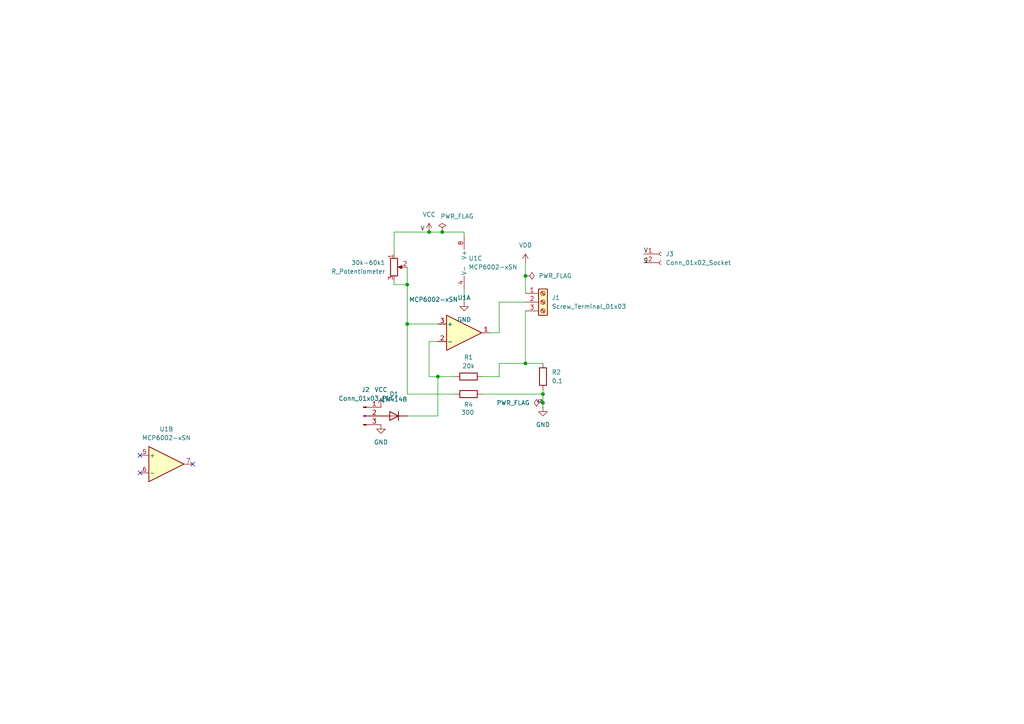
<source format=kicad_sch>
(kicad_sch (version 20250114) (generator "eeschema") (generator_version "9.0")
  (paper "A4")
  (lib_symbols
    (symbol "Amplifier_Operational:MCP6002-xSN" (pin_names (offset 0.127))
      (property "Reference" "U" (at 0 5.08 0))
      (property "Value" "MCP6002-xSN" (at 0 -5.08 0))
      (symbol "MCP6002-xSN_1_1"
        (polyline (pts (xy -5.08 5.08) (xy 5.08 0) (xy -5.08 -5.08) (xy -5.08 5.08)) (stroke (width 0.254)) (fill (type background)))
        (pin input line (at -7.62 2.54 0) (length 2.54) (name "+") (number "3"))
        (pin input line (at -7.62 -2.54 0) (length 2.54) (name "-") (number "2"))
        (pin output line (at 7.62 0 180) (length 2.54) (name "~") (number "1"))
      )
      (symbol "MCP6002-xSN_2_1"
        (polyline (pts (xy -5.08 5.08) (xy 5.08 0) (xy -5.08 -5.08) (xy -5.08 5.08)) (stroke (width 0.254)) (fill (type background)))
        (pin input line (at -7.62 2.54 0) (length 2.54) (name "+") (number "5"))
        (pin input line (at -7.62 -2.54 0) (length 2.54) (name "-") (number "6"))
        (pin output line (at 7.62 0 180) (length 2.54) (name "~") (number "7"))
      )
      (symbol "MCP6002-xSN_3_1"
        (pin power_in line (at -2.54 7.62 270) (length 3.81) (name "V+") (number "8"))
        (pin power_in line (at -2.54 -7.62 90) (length 3.81) (name "V-") (number "4"))
      )
    )
    (symbol "Connector:Conn_01x02_Socket" (pin_names (offset 1.016) (hide yes))
      (property "Reference" "J" (at 0 2.54 0))
      (property "Value" "Conn_01x02_Socket" (at 0 -5.08 0))
      (symbol "Conn_01x02_Socket_1_1"
        (polyline (pts (xy -1.27 0) (xy -0.508 0)) (stroke (width 0.1524)))
        (polyline (pts (xy -1.27 -2.54) (xy -0.508 -2.54)) (stroke (width 0.1524)))
        (arc (start 0 -0.508) (mid -0.5058 0) (end 0 0.508) (stroke (width 0.1524)))
        (arc (start 0 -3.048) (mid -0.5058 -2.54) (end 0 -2.032) (stroke (width 0.1524)))
        (pin passive line (at -5.08 0 0) (length 3.81) (name "Pin_1") (number "1"))
        (pin passive line (at -5.08 -2.54 0) (length 3.81) (name "Pin_2") (number "2"))
      )
    )
    (symbol "Connector:Conn_01x03_Pin" (pin_names (offset 1.016) (hide yes))
      (property "Reference" "J" (at 0 5.08 0))
      (property "Value" "Conn_01x03_Pin" (at 0 -5.08 0))
      (symbol "Conn_01x03_Pin_1_1"
        (rectangle (start 0.8636 2.667) (end 0 2.413) (stroke (width 0.1524)) (fill (type outline)))
        (rectangle (start 0.8636 0.127) (end 0 -0.127) (stroke (width 0.1524)) (fill (type outline)))
        (rectangle (start 0.8636 -2.413) (end 0 -2.667) (stroke (width 0.1524)) (fill (type outline)))
        (polyline (pts (xy 1.27 2.54) (xy 0.8636 2.54)) (stroke (width 0.1524)))
        (polyline (pts (xy 1.27 0) (xy 0.8636 0)) (stroke (width 0.1524)))
        (polyline (pts (xy 1.27 -2.54) (xy 0.8636 -2.54)) (stroke (width 0.1524)))
        (pin passive line (at 5.08 2.54 180) (length 3.81) (name "Pin_1") (number "1"))
        (pin passive line (at 5.08 0 180) (length 3.81) (name "Pin_2") (number "2"))
        (pin passive line (at 5.08 -2.54 180) (length 3.81) (name "Pin_3") (number "3"))
      )
    )
    (symbol "Connector:Screw_Terminal_01x03" (pin_names (offset 1.016) (hide yes))
      (property "Reference" "J" (at 0 5.08 0))
      (property "Value" "Screw_Terminal_01x03" (at 0 -5.08 0))
      (symbol "Screw_Terminal_01x03_1_1"
        (rectangle (start -1.27 3.81) (end 1.27 -3.81) (stroke (width 0.254)) (fill (type background)))
        (polyline (pts (xy -0.5334 2.8702) (xy 0.3302 2.032)) (stroke (width 0.1524)))
        (polyline (pts (xy -0.5334 0.3302) (xy 0.3302 -0.508)) (stroke (width 0.1524)))
        (polyline (pts (xy -0.5334 -2.2098) (xy 0.3302 -3.048)) (stroke (width 0.1524)))
        (polyline (pts (xy -0.3556 3.048) (xy 0.508 2.2098)) (stroke (width 0.1524)))
        (polyline (pts (xy -0.3556 0.508) (xy 0.508 -0.3302)) (stroke (width 0.1524)))
        (polyline (pts (xy -0.3556 -2.032) (xy 0.508 -2.8702)) (stroke (width 0.1524)))
        (circle (center 0 2.54) (radius 0.635) (stroke (width 0.1524)))
        (circle (center 0 0) (radius 0.635) (stroke (width 0.1524)))
        (circle (center 0 -2.54) (radius 0.635) (stroke (width 0.1524)))
        (pin passive line (at -5.08 2.54 0) (length 3.81) (name "Pin_1") (number "1"))
        (pin passive line (at -5.08 0 0) (length 3.81) (name "Pin_2") (number "2"))
        (pin passive line (at -5.08 -2.54 0) (length 3.81) (name "Pin_3") (number "3"))
      )
    )
    (symbol "Device:R" (pin_numbers (hide yes)) (pin_names (offset 0))
      (property "Reference" "R" (at 2.032 0 90))
      (property "Value" "R" (at 0 0 90))
      (symbol "R_0_1"
        (rectangle (start -1.016 -2.54) (end 1.016 2.54) (stroke (width 0.254)))
      )
      (symbol "R_1_1"
        (pin passive line (at 0 3.81 270) (length 1.27) (name "~") (number "1"))
        (pin passive line (at 0 -3.81 90) (length 1.27) (name "~") (number "2"))
      )
    )
    (symbol "Device:R_Potentiometer" (pin_names (offset 1.016) (hide yes))
      (property "Reference" "RV" (at -4.445 0 90))
      (property "Value" "R_Potentiometer" (at -2.54 0 90))
      (symbol "R_Potentiometer_0_1"
        (rectangle (start 1.016 2.54) (end -1.016 -2.54) (stroke (width 0.254)))
        (polyline (pts (xy 1.143 0) (xy 2.286 0.508) (xy 2.286 -0.508) (xy 1.143 0)) (fill (type outline)))
        (polyline (pts (xy 2.54 0) (xy 1.524 0)))
      )
      (symbol "R_Potentiometer_1_1"
        (pin passive line (at 0 3.81 270) (length 1.27) (name "1") (number "1"))
        (pin passive line (at 0 -3.81 90) (length 1.27) (name "3") (number "3"))
        (pin passive line (at 3.81 0 180) (length 1.27) (name "2") (number "2"))
      )
    )
    (symbol "Diode:1N4148" (pin_numbers (hide yes)) (pin_names (hide yes))
      (property "Reference" "D" (at 0 2.54 0))
      (property "Value" "1N4148" (at 0 -2.54 0))
      (symbol "1N4148_0_1"
        (polyline (pts (xy -1.27 1.27) (xy -1.27 -1.27)) (stroke (width 0.254)))
        (polyline (pts (xy 1.27 1.27) (xy 1.27 -1.27) (xy -1.27 0) (xy 1.27 1.27)) (stroke (width 0.254)))
        (polyline (pts (xy 1.27 0) (xy -1.27 0)))
      )
      (symbol "1N4148_1_1"
        (pin passive line (at -3.81 0 0) (length 2.54) (name "K") (number "1"))
        (pin passive line (at 3.81 0 180) (length 2.54) (name "A") (number "2"))
      )
    )
    (symbol "power:GND" (power) (pin_numbers (hide yes)) (pin_names (offset 0) (hide yes))
      (property "Value" "GND" (at 0 -3.81 0))
      (symbol "GND_0_1"
        (polyline (pts (xy 0 0) (xy 0 -1.27) (xy 1.27 -1.27) (xy 0 -2.54) (xy -1.27 -1.27) (xy 0 -1.27)))
      )
      (symbol "GND_1_1"
        (pin power_in line (at 0 0 270) (length 0) (name "~") (number "1"))
      )
    )
    (symbol "power:PWR_FLAG" (power) (pin_numbers (hide yes)) (pin_names (offset 0) (hide yes))
      (property "Value" "PWR_FLAG" (at 0 3.81 0))
      (symbol "PWR_FLAG_0_0"
        (pin power_out line (at 0 0 90) (length 0) (name "~") (number "1"))
      )
      (symbol "PWR_FLAG_0_1"
        (polyline (pts (xy 0 0) (xy 0 1.27) (xy -1.016 1.905) (xy 0 2.54) (xy 1.016 1.905) (xy 0 1.27)))
      )
    )
    (symbol "power:VCC" (power) (pin_numbers (hide yes)) (pin_names (offset 0) (hide yes))
      (property "Value" "VCC" (at 0 3.556 0))
      (symbol "VCC_0_1"
        (polyline (pts (xy -0.762 1.27) (xy 0 2.54)))
        (polyline (pts (xy 0 2.54) (xy 0.762 1.27)))
        (polyline (pts (xy 0 0) (xy 0 2.54)))
      )
      (symbol "VCC_1_1"
        (pin power_in line (at 0 0 90) (length 0) (name "~") (number "1"))
      )
    )
    (symbol "power:VDD" (power) (pin_numbers (hide yes)) (pin_names (offset 0) (hide yes))
      (property "Value" "VDD" (at 0 3.556 0))
      (symbol "VDD_0_1"
        (polyline (pts (xy -0.762 1.27) (xy 0 2.54)))
        (polyline (pts (xy 0 2.54) (xy 0.762 1.27)))
        (polyline (pts (xy 0 0) (xy 0 2.54)))
      )
      (symbol "VDD_1_1"
        (pin power_in line (at 0 0 90) (length 0) (name "~") (number "1"))
      )
    )
  )
  (junction (at 152.4 80.01))
  (junction (at 118.11 93.98))
  (junction (at 152.4 105.41))
  (junction (at 127 109.22))
  (junction (at 124.46 67.31))
  (junction (at 157.48 116.84))
  (junction (at 118.11 82.55))
  (junction (at 157.48 114.3))
  (junction (at 128.27 67.31))
  (no_connect (at 40.64 137.16))
  (no_connect (at 55.88 134.62))
  (no_connect (at 40.64 132.08))
  (wire (pts (xy 118.11 120.65) (xy 127 120.65)))
  (wire (pts (xy 114.3 67.31) (xy 114.3 73.66)))
  (wire (pts (xy 157.48 105.41) (xy 152.4 105.41)))
  (wire (pts (xy 152.4 80.01) (xy 152.4 85.09)))
  (wire (pts (xy 114.3 82.55) (xy 118.11 82.55)))
  (wire (pts (xy 124.46 67.31) (xy 128.27 67.31)))
  (wire (pts (xy 144.78 105.41) (xy 144.78 109.22)))
  (wire (pts (xy 118.11 114.3) (xy 132.08 114.3)))
  (wire (pts (xy 157.48 114.3) (xy 157.48 116.84)))
  (wire (pts (xy 118.11 77.47) (xy 118.11 82.55)))
  (wire (pts (xy 144.78 109.22) (xy 139.7 109.22)))
  (wire (pts (xy 118.11 93.98) (xy 118.11 114.3)))
  (wire (pts (xy 124.46 109.22) (xy 127 109.22)))
  (wire (pts (xy 118.11 82.55) (xy 118.11 93.98)))
  (wire (pts (xy 128.27 67.31) (xy 134.62 67.31)))
  (wire (pts (xy 139.7 114.3) (xy 157.48 114.3)))
  (wire (pts (xy 134.62 83.82) (xy 134.62 87.63)))
  (wire (pts (xy 144.78 87.63) (xy 152.4 87.63)))
  (wire (pts (xy 157.48 113.03) (xy 157.48 114.3)))
  (wire (pts (xy 134.62 67.31) (xy 134.62 68.58)))
  (wire (pts (xy 157.48 116.84) (xy 157.48 118.11)))
  (wire (pts (xy 152.4 105.41) (xy 144.78 105.41)))
  (wire (pts (xy 124.46 67.31) (xy 114.3 67.31)))
  (wire (pts (xy 152.4 90.17) (xy 152.4 105.41)))
  (wire (pts (xy 124.46 99.06) (xy 127 99.06)))
  (wire (pts (xy 118.11 93.98) (xy 127 93.98)))
  (wire (pts (xy 124.46 109.22) (xy 124.46 99.06)))
  (wire (pts (xy 152.4 76.2) (xy 152.4 80.01)))
  (wire (pts (xy 142.24 96.52) (xy 144.78 96.52)))
  (wire (pts (xy 114.3 81.28) (xy 114.3 82.55)))
  (wire (pts (xy 127 109.22) (xy 132.08 109.22)))
  (wire (pts (xy 144.78 96.52) (xy 144.78 87.63)))
  (wire (pts (xy 127 109.22) (xy 127 120.65)))
  (label "g" (at 157.48 115.57 270))
  (label "V" (at 186.69 73.66 0))
  (label "g" (at 186.69 76.2 0))
  (label "V" (at 121.92 67.31 0))
  (symbol (lib_id "Connector:Screw_Terminal_01x03") (at 157.48 87.63 0) (unit 1)
    (property "Reference" "J1" (at 160.02 86.3599 0) (effects (justify left)))
    (property "Value" "Screw_Terminal_01x03" (at 160.02 88.8999 0) (effects (justify left)))
    (property "Footprint" "TerminalBlock:TerminalBlock_bornier-3_P5.08mm" (effects (hide yes)))
    (property "Description" "Generic screw terminal, single row, 01x03, script generated (kicad-library-utils/schlib/autogen/connector/)" (effects (hide yes)))
  )
  (symbol (lib_id "Device:R_Potentiometer") (at 114.3 77.47 0) (unit 1)
    (property "Reference" "30k-60k1" (at 111.76 76.1999 0) (effects (justify right)))
    (property "Value" "R_Potentiometer" (at 111.76 78.7399 0) (effects (justify right)))
    (property "Footprint" "Potentiometer_THT:Potentiometer_ACP_CA9-V10_Vertical" (effects (hide yes)))
    (property "Description" "Potentiometer" (effects (hide yes)))
  )
  (symbol (lib_id "Device:R") (at 135.89 109.22 90) (unit 1)
    (property "Reference" "R1" (at 135.89 103.632 90))
    (property "Value" "20k" (at 135.89 106.172 90))
    (property "Footprint" "Resistor_THT:R_Axial_DIN0204_L3.6mm_D1.6mm_P7.62mm_Horizontal" (effects (hide yes)))
    (property "Description" "Resistor" (effects (hide yes)))
  )
  (symbol (lib_id "Amplifier_Operational:MCP6002-xSN") (at 48.26 134.62 0) (unit 2)
    (property "Reference" "U1" (at 48.26 124.46 0))
    (property "Value" "MCP6002-xSN" (at 48.26 127 0))
    (property "Footprint" "Package_DIP:DIP-8_W7.62mm_LongPads" (effects (hide yes)))
    (property "Datasheet" "http://ww1.microchip.com/downloads/en/DeviceDoc/21733j.pdf" (effects (hide yes)))
    (property "Description" "1MHz, Low-Power Op Amp, SOIC-8" (effects (hide yes)))
  )
  (symbol (lib_id "power:GND") (at 157.48 118.11 0) (unit 1)
    (property "Reference" "#PWR01" (effects (hide yes)))
    (property "Value" "GND" (at 157.48 123.19 0))
    (property "Description" "Power symbol creates a global label with name \"GND\" , ground" (effects (hide yes)))
  )
  (symbol (lib_id "Device:R") (at 135.89 114.3 90) (unit 1)
    (property "Reference" "R4" (at 135.89 117.348 90))
    (property "Value" "300" (at 135.636 119.634 90))
    (property "Footprint" "Resistor_THT:R_Axial_DIN0204_L3.6mm_D1.6mm_P7.62mm_Horizontal" (effects (hide yes)))
    (property "Description" "Resistor" (effects (hide yes)))
  )
  (symbol (lib_id "power:GND") (at 134.62 87.63 0) (unit 1)
    (property "Reference" "#PWR04" (effects (hide yes)))
    (property "Value" "GND" (at 134.62 92.71 0))
    (property "Description" "Power symbol creates a global label with name \"GND\" , ground" (effects (hide yes)))
  )
  (symbol (lib_id "power:PWR_FLAG") (at 152.4 80.01 270) (unit 1)
    (property "Reference" "#FLG03" (effects (hide yes)))
    (property "Value" "PWR_FLAG" (at 156.21 80.0099 90) (effects (justify left)))
    (property "Description" "Special symbol for telling ERC where power comes from" (effects (hide yes)))
  )
  (symbol (lib_id "Amplifier_Operational:MCP6002-xSN") (at 137.16 76.2 0) (unit 3)
    (property "Reference" "U1" (at 135.89 74.9299 0) (effects (justify left)))
    (property "Value" "MCP6002-xSN" (at 135.89 77.4699 0) (effects (justify left)))
    (property "Footprint" "Package_DIP:DIP-8_W7.62mm_LongPads" (effects (hide yes)))
    (property "Datasheet" "http://ww1.microchip.com/downloads/en/DeviceDoc/21733j.pdf" (effects (hide yes)))
    (property "Description" "1MHz, Low-Power Op Amp, SOIC-8" (effects (hide yes)))
  )
  (symbol (lib_id "Diode:1N4148") (at 114.3 120.65 180) (unit 1)
    (property "Reference" "D1" (at 114.3 114.3 0))
    (property "Value" "1N4148" (at 114.3 115.824 0))
    (property "Footprint" "Diode_THT:D_DO-35_SOD27_P7.62mm_Horizontal" (effects (hide yes)))
    (property "Datasheet" "https://assets.nexperia.com/documents/data-sheet/1N4148_1N4448.pdf" (effects (hide yes)))
    (property "Description" "100V 0.15A standard switching diode, DO-35" (effects (hide yes)))
    (property "Sim.Device" "D" (effects (hide yes)))
    (property "Sim.Pins" "1=K 2=A" (effects (hide yes)))
  )
  (symbol (lib_id "Connector:Conn_01x02_Socket") (at 191.77 73.66 0) (unit 1)
    (property "Reference" "J3" (at 193.04 73.6599 0) (effects (justify left)))
    (property "Value" "Conn_01x02_Socket" (at 193.04 76.1999 0) (effects (justify left)))
    (property "Footprint" "Connector_PinHeader_2.54mm:PinHeader_1x02_P2.54mm_Vertical" (effects (hide yes)))
    (property "Description" "Generic connector, single row, 01x02, script generated" (effects (hide yes)))
  )
  (symbol (lib_id "power:PWR_FLAG") (at 157.48 116.84 90) (unit 1)
    (property "Reference" "#FLG02" (effects (hide yes)))
    (property "Value" "PWR_FLAG" (at 153.67 116.8399 90) (effects (justify left)))
    (property "Description" "Special symbol for telling ERC where power comes from" (effects (hide yes)))
  )
  (symbol (lib_id "power:VDD") (at 152.4 76.2 0) (unit 1)
    (property "Reference" "#PWR03" (effects (hide yes)))
    (property "Value" "VDD" (at 152.4 71.12 0))
    (property "Description" "Power symbol creates a global label with name \"VDD\"" (effects (hide yes)))
  )
  (symbol (lib_id "power:GND") (at 110.49 123.19 0) (unit 1)
    (property "Reference" "#PWR06" (effects (hide yes)))
    (property "Value" "GND" (at 110.49 128.27 0))
    (property "Description" "Power symbol creates a global label with name \"GND\" , ground" (effects (hide yes)))
  )
  (symbol (lib_id "Device:R") (at 157.48 109.22 0) (unit 1)
    (property "Reference" "R2" (at 160.02 107.9499 0) (effects (justify left)))
    (property "Value" "0.1" (at 160.02 110.4899 0) (effects (justify left)))
    (property "Footprint" "Resistor_THT:R_Axial_DIN0204_L3.6mm_D1.6mm_P7.62mm_Horizontal" (effects (hide yes)))
    (property "Description" "Resistor" (effects (hide yes)))
  )
  (symbol (lib_id "power:PWR_FLAG") (at 128.27 67.31 0) (unit 1)
    (property "Reference" "#FLG01" (effects (hide yes)))
    (property "Value" "PWR_FLAG" (at 132.588 62.738 0))
    (property "Description" "Special symbol for telling ERC where power comes from" (effects (hide yes)))
  )
  (symbol (lib_id "Connector:Conn_01x03_Pin") (at 105.41 120.65 0) (unit 1)
    (property "Reference" "J2" (at 106.045 113.03 0))
    (property "Value" "Conn_01x03_Pin" (at 106.045 115.57 0))
    (property "Footprint" "Connector_PinHeader_2.54mm:PinHeader_1x03_P2.54mm_Vertical" (effects (hide yes)))
    (property "Description" "Generic connector, single row, 01x03, script generated" (effects (hide yes)))
  )
  (symbol (lib_id "Amplifier_Operational:MCP6002-xSN") (at 134.62 96.52 0) (unit 1)
    (property "Reference" "U1" (at 134.62 86.36 0))
    (property "Value" "MCP6002-xSN" (at 125.73 86.868 0))
    (property "Footprint" "Package_DIP:DIP-8_W7.62mm_LongPads" (effects (hide yes)))
    (property "Datasheet" "http://ww1.microchip.com/downloads/en/DeviceDoc/21733j.pdf" (effects (hide yes)))
    (property "Description" "1MHz, Low-Power Op Amp, SOIC-8" (effects (hide yes)))
  )
  (symbol (lib_id "power:VCC") (at 124.46 67.31 0) (unit 1)
    (property "Reference" "#PWR02" (effects (hide yes)))
    (property "Value" "VCC" (at 124.46 62.23 0))
    (property "Description" "Power symbol creates a global label with name \"VCC\"" (effects (hide yes)))
  )
  (symbol (lib_id "power:VCC") (at 110.49 118.11 0) (unit 1)
    (property "Reference" "#PWR05" (effects (hide yes)))
    (property "Value" "VCC" (at 110.49 113.03 0))
    (property "Description" "Power symbol creates a global label with name \"VCC\"" (effects (hide yes)))
  )
)
</source>
